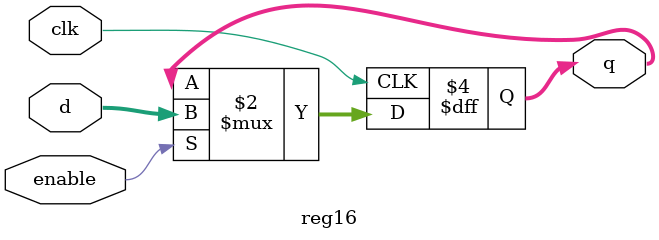
<source format=v>

module reg16 (
    input wire clk,
    input wire enable,
    input wire [15:0] d,
    output reg [15:0] q
);
    always @(posedge clk) begin
        if (enable)
            q <= d;
    end
endmodule

</source>
